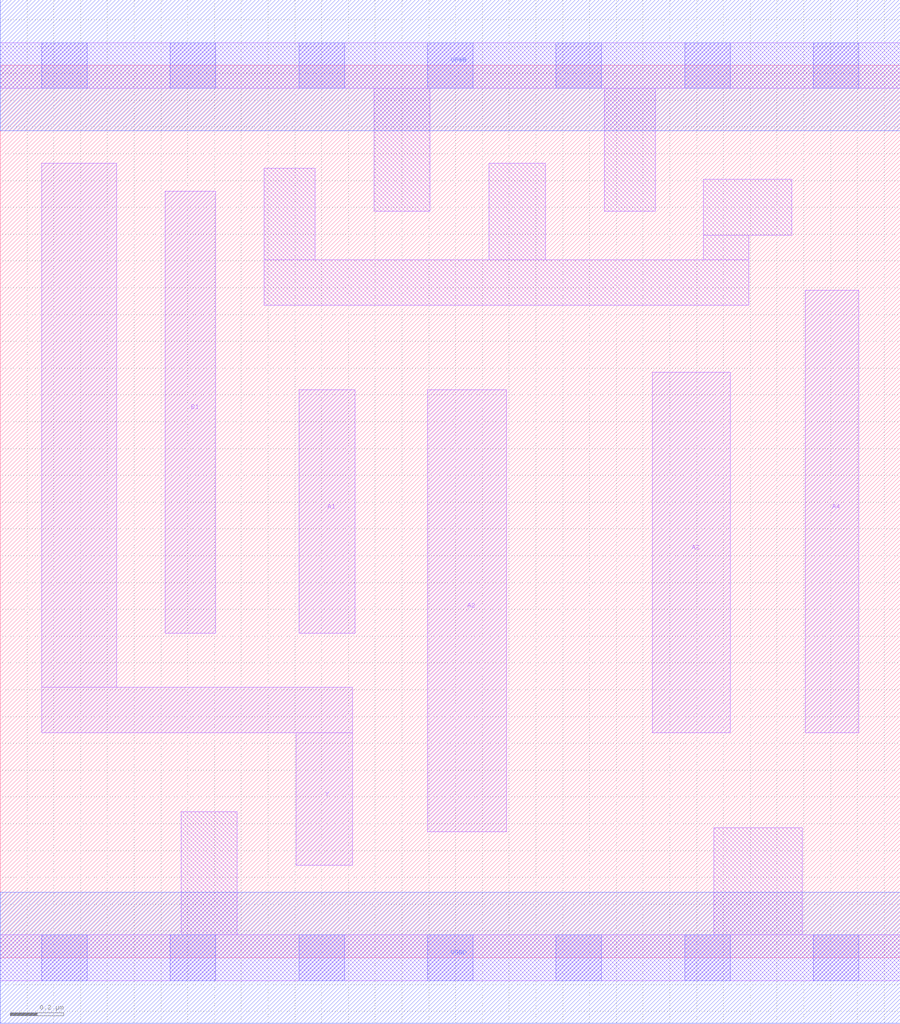
<source format=lef>
# Copyright 2020 The SkyWater PDK Authors
#
# Licensed under the Apache License, Version 2.0 (the "License");
# you may not use this file except in compliance with the License.
# You may obtain a copy of the License at
#
#     https://www.apache.org/licenses/LICENSE-2.0
#
# Unless required by applicable law or agreed to in writing, software
# distributed under the License is distributed on an "AS IS" BASIS,
# WITHOUT WARRANTIES OR CONDITIONS OF ANY KIND, either express or implied.
# See the License for the specific language governing permissions and
# limitations under the License.
#
# SPDX-License-Identifier: Apache-2.0

VERSION 5.7 ;
  NAMESCASESENSITIVE ON ;
  NOWIREEXTENSIONATPIN ON ;
  DIVIDERCHAR "/" ;
  BUSBITCHARS "[]" ;
UNITS
  DATABASE MICRONS 200 ;
END UNITS
MACRO sky130_fd_sc_lp__a41oi_m
  CLASS CORE ;
  SOURCE USER ;
  FOREIGN sky130_fd_sc_lp__a41oi_m ;
  ORIGIN  0.000000  0.000000 ;
  SIZE  3.360000 BY  3.330000 ;
  SYMMETRY X Y R90 ;
  SITE unit ;
  PIN A1
    ANTENNAGATEAREA  0.126000 ;
    DIRECTION INPUT ;
    USE SIGNAL ;
    PORT
      LAYER li1 ;
        RECT 1.115000 1.210000 1.325000 2.120000 ;
    END
  END A1
  PIN A2
    ANTENNAGATEAREA  0.126000 ;
    DIRECTION INPUT ;
    USE SIGNAL ;
    PORT
      LAYER li1 ;
        RECT 1.595000 0.470000 1.890000 2.120000 ;
    END
  END A2
  PIN A3
    ANTENNAGATEAREA  0.126000 ;
    DIRECTION INPUT ;
    USE SIGNAL ;
    PORT
      LAYER li1 ;
        RECT 2.435000 0.840000 2.725000 2.185000 ;
    END
  END A3
  PIN A4
    ANTENNAGATEAREA  0.126000 ;
    DIRECTION INPUT ;
    USE SIGNAL ;
    PORT
      LAYER li1 ;
        RECT 3.005000 0.840000 3.205000 2.490000 ;
    END
  END A4
  PIN B1
    ANTENNAGATEAREA  0.126000 ;
    DIRECTION INPUT ;
    USE SIGNAL ;
    PORT
      LAYER li1 ;
        RECT 0.615000 1.210000 0.805000 2.860000 ;
    END
  END B1
  PIN Y
    ANTENNADIFFAREA  0.350700 ;
    DIRECTION OUTPUT ;
    USE SIGNAL ;
    PORT
      LAYER li1 ;
        RECT 0.155000 0.840000 1.315000 1.010000 ;
        RECT 0.155000 1.010000 0.435000 2.965000 ;
        RECT 1.105000 0.345000 1.315000 0.840000 ;
    END
  END Y
  PIN VGND
    DIRECTION INOUT ;
    USE GROUND ;
    PORT
      LAYER met1 ;
        RECT 0.000000 -0.245000 3.360000 0.245000 ;
    END
  END VGND
  PIN VPWR
    DIRECTION INOUT ;
    USE POWER ;
    PORT
      LAYER met1 ;
        RECT 0.000000 3.085000 3.360000 3.575000 ;
    END
  END VPWR
  OBS
    LAYER li1 ;
      RECT 0.000000 -0.085000 3.360000 0.085000 ;
      RECT 0.000000  3.245000 3.360000 3.415000 ;
      RECT 0.675000  0.085000 0.885000 0.545000 ;
      RECT 0.985000  2.435000 2.795000 2.605000 ;
      RECT 0.985000  2.605000 1.175000 2.945000 ;
      RECT 1.395000  2.785000 1.605000 3.245000 ;
      RECT 1.825000  2.605000 2.035000 2.965000 ;
      RECT 2.255000  2.785000 2.445000 3.245000 ;
      RECT 2.625000  2.605000 2.795000 2.695000 ;
      RECT 2.625000  2.695000 2.955000 2.905000 ;
      RECT 2.665000  0.085000 2.995000 0.485000 ;
    LAYER mcon ;
      RECT 0.155000 -0.085000 0.325000 0.085000 ;
      RECT 0.155000  3.245000 0.325000 3.415000 ;
      RECT 0.635000 -0.085000 0.805000 0.085000 ;
      RECT 0.635000  3.245000 0.805000 3.415000 ;
      RECT 1.115000 -0.085000 1.285000 0.085000 ;
      RECT 1.115000  3.245000 1.285000 3.415000 ;
      RECT 1.595000 -0.085000 1.765000 0.085000 ;
      RECT 1.595000  3.245000 1.765000 3.415000 ;
      RECT 2.075000 -0.085000 2.245000 0.085000 ;
      RECT 2.075000  3.245000 2.245000 3.415000 ;
      RECT 2.555000 -0.085000 2.725000 0.085000 ;
      RECT 2.555000  3.245000 2.725000 3.415000 ;
      RECT 3.035000 -0.085000 3.205000 0.085000 ;
      RECT 3.035000  3.245000 3.205000 3.415000 ;
  END
END sky130_fd_sc_lp__a41oi_m

</source>
